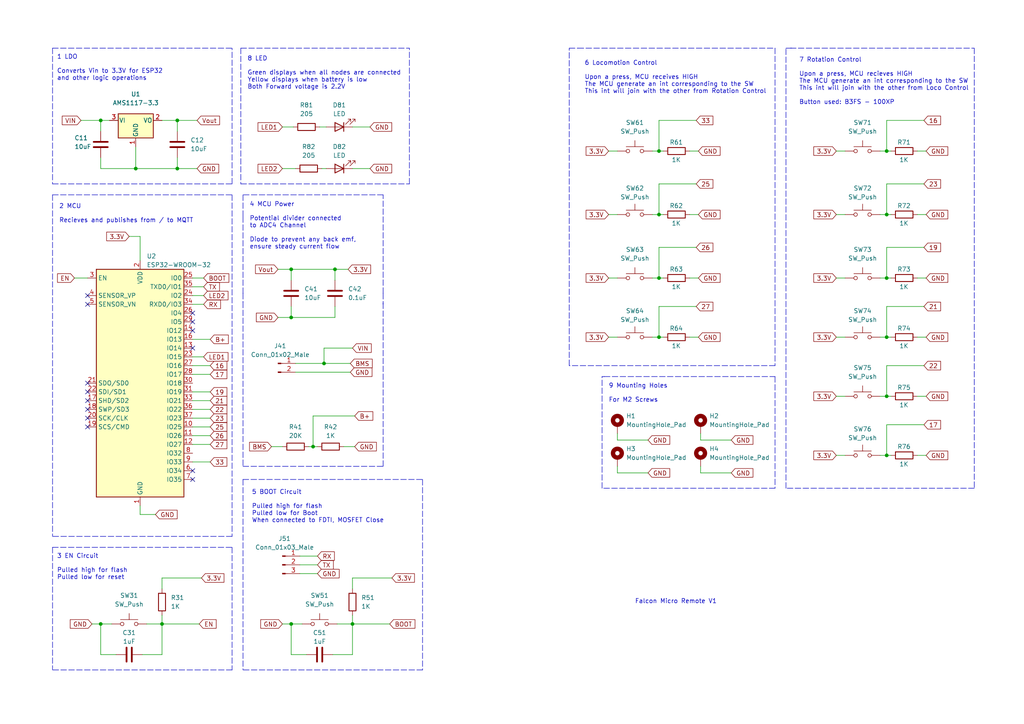
<source format=kicad_sch>
(kicad_sch (version 20211123) (generator eeschema)
  (paper "A4")
  (lib_symbols
    (symbol "Connector:Conn_01x02_Male" (pin_names (offset 1.016) hide)
      (property "Reference" "J" (at 0 2.54 0))
      (property "Value" "Conn_01x02_Male" (at 0 -5.08 0))
      (symbol "Conn_01x02_Male_1_1"
        (polyline (pts (xy 1.27 -2.54) (xy 0.8636 -2.54)) (stroke (width 0.1524)))
        (polyline (pts (xy 1.27 0) (xy 0.8636 0)) (stroke (width 0.1524)))
        (rectangle (start 0.8636 -2.413) (end 0 -2.667) (stroke (width 0.1524)) (fill (type outline)))
        (rectangle (start 0.8636 0.127) (end 0 -0.127) (stroke (width 0.1524)) (fill (type outline)))
        (pin passive line (at 5.08 0 180) (length 3.81) (name "Pin_1") (number "1"))
        (pin passive line (at 5.08 -2.54 180) (length 3.81) (name "Pin_2") (number "2"))
      )
    )
    (symbol "Connector:Conn_01x03_Male" (pin_names (offset 1.016) hide)
      (property "Reference" "J" (at 0 5.08 0))
      (property "Value" "Conn_01x03_Male" (at 0 -5.08 0))
      (symbol "Conn_01x03_Male_1_1"
        (polyline (pts (xy 1.27 -2.54) (xy 0.8636 -2.54)) (stroke (width 0.1524)))
        (polyline (pts (xy 1.27 0) (xy 0.8636 0)) (stroke (width 0.1524)))
        (polyline (pts (xy 1.27 2.54) (xy 0.8636 2.54)) (stroke (width 0.1524)))
        (rectangle (start 0.8636 -2.413) (end 0 -2.667) (stroke (width 0.1524)) (fill (type outline)))
        (rectangle (start 0.8636 0.127) (end 0 -0.127) (stroke (width 0.1524)) (fill (type outline)))
        (rectangle (start 0.8636 2.667) (end 0 2.413) (stroke (width 0.1524)) (fill (type outline)))
        (pin passive line (at 5.08 2.54 180) (length 3.81) (name "Pin_1") (number "1"))
        (pin passive line (at 5.08 0 180) (length 3.81) (name "Pin_2") (number "2"))
        (pin passive line (at 5.08 -2.54 180) (length 3.81) (name "Pin_3") (number "3"))
      )
    )
    (symbol "Device:C" (pin_numbers hide) (pin_names (offset 0.254))
      (property "Reference" "C" (at 0.635 2.54 0))
      (property "Value" "C" (at 0.635 -2.54 0))
      (symbol "C_0_1"
        (polyline (pts (xy -2.032 -0.762) (xy 2.032 -0.762)) (stroke (width 0.508)))
        (polyline (pts (xy -2.032 0.762) (xy 2.032 0.762)) (stroke (width 0.508)))
      )
      (symbol "C_1_1"
        (pin passive line (at 0 3.81 270) (length 2.794) (name "~") (number "1"))
        (pin passive line (at 0 -3.81 90) (length 2.794) (name "~") (number "2"))
      )
    )
    (symbol "Device:LED" (pin_numbers hide) (pin_names (offset 1.016) hide)
      (property "Reference" "D" (at 0 2.54 0))
      (property "Value" "LED" (at 0 -2.54 0))
      (symbol "LED_0_1"
        (polyline (pts (xy -1.27 -1.27) (xy -1.27 1.27)) (stroke (width 0.254)))
        (polyline (pts (xy -1.27 0) (xy 1.27 0)))
        (polyline (pts (xy 1.27 -1.27) (xy 1.27 1.27) (xy -1.27 0) (xy 1.27 -1.27)) (stroke (width 0.254)))
        (polyline (pts (xy -3.048 -0.762) (xy -4.572 -2.286) (xy -3.81 -2.286) (xy -4.572 -2.286) (xy -4.572 -1.524)))
        (polyline (pts (xy -1.778 -0.762) (xy -3.302 -2.286) (xy -2.54 -2.286) (xy -3.302 -2.286) (xy -3.302 -1.524)))
      )
      (symbol "LED_1_1"
        (pin passive line (at -3.81 0 0) (length 2.54) (name "K") (number "1"))
        (pin passive line (at 3.81 0 180) (length 2.54) (name "A") (number "2"))
      )
    )
    (symbol "Device:R" (pin_numbers hide) (pin_names (offset 0))
      (property "Reference" "R" (at 2.032 0 90))
      (property "Value" "R" (at 0 0 90))
      (symbol "R_0_1"
        (rectangle (start -1.016 -2.54) (end 1.016 2.54) (stroke (width 0.254)))
      )
      (symbol "R_1_1"
        (pin passive line (at 0 3.81 270) (length 1.27) (name "~") (number "1"))
        (pin passive line (at 0 -3.81 90) (length 1.27) (name "~") (number "2"))
      )
    )
    (symbol "Mechanical:MountingHole_Pad" (pin_numbers hide) (pin_names (offset 1.016) hide)
      (property "Reference" "H" (at 0 6.35 0))
      (property "Value" "MountingHole_Pad" (at 0 4.445 0))
      (symbol "MountingHole_Pad_0_1"
        (circle (center 0 1.27) (radius 1.27) (stroke (width 1.27)))
      )
      (symbol "MountingHole_Pad_1_1"
        (pin input line (at 0 -2.54 90) (length 2.54) (name "1") (number "1"))
      )
    )
    (symbol "RF_Module:ESP32-WROOM-32"
      (property "Reference" "U" (at -12.7 34.29 0))
      (property "Value" "ESP32-WROOM-32" (at 1.27 34.29 0))
      (symbol "ESP32-WROOM-32_0_1"
        (rectangle (start -12.7 33.02) (end 12.7 -33.02) (stroke (width 0.254)) (fill (type background)))
      )
      (symbol "ESP32-WROOM-32_1_1"
        (pin power_in line (at 0 -35.56 90) (length 2.54) (name "GND") (number "1"))
        (pin bidirectional line (at 15.24 -12.7 180) (length 2.54) (name "IO25") (number "10"))
        (pin bidirectional line (at 15.24 -15.24 180) (length 2.54) (name "IO26") (number "11"))
        (pin bidirectional line (at 15.24 -17.78 180) (length 2.54) (name "IO27") (number "12"))
        (pin bidirectional line (at 15.24 10.16 180) (length 2.54) (name "IO14") (number "13"))
        (pin bidirectional line (at 15.24 15.24 180) (length 2.54) (name "IO12") (number "14"))
        (pin passive line (at 0 -35.56 90) (length 2.54) hide (name "GND") (number "15"))
        (pin bidirectional line (at 15.24 12.7 180) (length 2.54) (name "IO13") (number "16"))
        (pin bidirectional line (at -15.24 -5.08 0) (length 2.54) (name "SHD/SD2") (number "17"))
        (pin bidirectional line (at -15.24 -7.62 0) (length 2.54) (name "SWP/SD3") (number "18"))
        (pin bidirectional line (at -15.24 -12.7 0) (length 2.54) (name "SCS/CMD") (number "19"))
        (pin power_in line (at 0 35.56 270) (length 2.54) (name "VDD") (number "2"))
        (pin bidirectional line (at -15.24 -10.16 0) (length 2.54) (name "SCK/CLK") (number "20"))
        (pin bidirectional line (at -15.24 0 0) (length 2.54) (name "SDO/SD0") (number "21"))
        (pin bidirectional line (at -15.24 -2.54 0) (length 2.54) (name "SDI/SD1") (number "22"))
        (pin bidirectional line (at 15.24 7.62 180) (length 2.54) (name "IO15") (number "23"))
        (pin bidirectional line (at 15.24 25.4 180) (length 2.54) (name "IO2") (number "24"))
        (pin bidirectional line (at 15.24 30.48 180) (length 2.54) (name "IO0") (number "25"))
        (pin bidirectional line (at 15.24 20.32 180) (length 2.54) (name "IO4") (number "26"))
        (pin bidirectional line (at 15.24 5.08 180) (length 2.54) (name "IO16") (number "27"))
        (pin bidirectional line (at 15.24 2.54 180) (length 2.54) (name "IO17") (number "28"))
        (pin bidirectional line (at 15.24 17.78 180) (length 2.54) (name "IO5") (number "29"))
        (pin input line (at -15.24 30.48 0) (length 2.54) (name "EN") (number "3"))
        (pin bidirectional line (at 15.24 0 180) (length 2.54) (name "IO18") (number "30"))
        (pin bidirectional line (at 15.24 -2.54 180) (length 2.54) (name "IO19") (number "31"))
        (pin no_connect line (at -12.7 -27.94 0) (length 2.54) hide (name "NC") (number "32"))
        (pin bidirectional line (at 15.24 -5.08 180) (length 2.54) (name "IO21") (number "33"))
        (pin bidirectional line (at 15.24 22.86 180) (length 2.54) (name "RXD0/IO3") (number "34"))
        (pin bidirectional line (at 15.24 27.94 180) (length 2.54) (name "TXD0/IO1") (number "35"))
        (pin bidirectional line (at 15.24 -7.62 180) (length 2.54) (name "IO22") (number "36"))
        (pin bidirectional line (at 15.24 -10.16 180) (length 2.54) (name "IO23") (number "37"))
        (pin passive line (at 0 -35.56 90) (length 2.54) hide (name "GND") (number "38"))
        (pin passive line (at 0 -35.56 90) (length 2.54) hide (name "GND") (number "39"))
        (pin input line (at -15.24 25.4 0) (length 2.54) (name "SENSOR_VP") (number "4"))
        (pin input line (at -15.24 22.86 0) (length 2.54) (name "SENSOR_VN") (number "5"))
        (pin input line (at 15.24 -25.4 180) (length 2.54) (name "IO34") (number "6"))
        (pin input line (at 15.24 -27.94 180) (length 2.54) (name "IO35") (number "7"))
        (pin bidirectional line (at 15.24 -20.32 180) (length 2.54) (name "IO32") (number "8"))
        (pin bidirectional line (at 15.24 -22.86 180) (length 2.54) (name "IO33") (number "9"))
      )
    )
    (symbol "Regulator_Linear:AMS1117-3.3" (pin_names (offset 0.254))
      (property "Reference" "U" (at -3.81 3.175 0))
      (property "Value" "AMS1117-3.3" (at 0 3.175 0))
      (symbol "AMS1117-3.3_0_1"
        (rectangle (start -5.08 -5.08) (end 5.08 1.905) (stroke (width 0.254)) (fill (type background)))
      )
      (symbol "AMS1117-3.3_1_1"
        (pin power_in line (at 0 -7.62 90) (length 2.54) (name "GND") (number "1"))
        (pin power_out line (at 7.62 0 180) (length 2.54) (name "VO") (number "2"))
        (pin power_in line (at -7.62 0 0) (length 2.54) (name "VI") (number "3"))
      )
    )
    (symbol "Switch:SW_Push" (pin_numbers hide) (pin_names (offset 1.016) hide)
      (property "Reference" "SW" (at 1.27 2.54 0))
      (property "Value" "SW_Push" (at 0 -1.524 0))
      (symbol "SW_Push_0_1"
        (circle (center -2.032 0) (radius 0.508))
        (polyline (pts (xy 0 1.27) (xy 0 3.048)))
        (polyline (pts (xy 2.54 1.27) (xy -2.54 1.27)))
        (circle (center 2.032 0) (radius 0.508))
        (pin passive line (at -5.08 0 0) (length 2.54) (name "1") (number "1"))
        (pin passive line (at 5.08 0 180) (length 2.54) (name "2") (number "2"))
      )
    )
  )
  (junction (at 191.135 97.79))
  (junction (at 191.135 43.815))
  (junction (at 97.155 78.105))
  (junction (at 257.175 80.645))
  (junction (at 46.99 180.975))
  (junction (at 257.175 114.935))
  (junction (at 84.455 180.975))
  (junction (at 257.175 97.79))
  (junction (at 93.98 105.41))
  (junction (at 84.455 92.075))
  (junction (at 90.805 129.54))
  (junction (at 191.135 80.645))
  (junction (at 51.435 48.895))
  (junction (at 191.135 62.23))
  (junction (at 29.21 180.975))
  (junction (at 84.455 78.105))
  (junction (at 102.235 180.975))
  (junction (at 257.175 132.08))
  (junction (at 257.175 62.23))
  (junction (at 29.21 34.925))
  (junction (at 39.37 48.895))
  (junction (at 51.435 34.925))
  (junction (at 257.175 43.815))
  (no_connect (at 55.88 90.805))
  (no_connect (at 25.4 85.725))
  (no_connect (at 25.4 88.265))
  (no_connect (at 25.4 118.745))
  (no_connect (at 25.4 123.825))
  (no_connect (at 25.4 121.285))
  (no_connect (at 25.4 111.125))
  (no_connect (at 25.4 113.665))
  (no_connect (at 25.4 116.205))
  (no_connect (at 55.88 100.965))
  (no_connect (at 55.88 93.345))
  (no_connect (at 55.88 95.885))
  (no_connect (at 55.88 136.525))
  (no_connect (at 55.88 139.065))
  (wire (pts (xy 203.2 137.16) (xy 203.2 135.255)))
  (wire (pts (xy 81.915 36.83) (xy 85.09 36.83)))
  (wire (pts (xy 201.93 53.34) (xy 191.135 53.34)))
  (polyline (pts (xy 67.31 53.34) (xy 67.31 13.97)))
  (wire (pts (xy 242.57 97.79) (xy 245.11 97.79)))
  (polyline (pts (xy 15.24 56.515) (xy 67.31 56.515)))
  (wire (pts (xy 267.97 71.755) (xy 257.175 71.755)))
  (polyline (pts (xy 224.79 106.045) (xy 165.1 106.045)))
  (wire (pts (xy 86.995 166.37) (xy 92.075 166.37)))
  (wire (pts (xy 55.88 108.585) (xy 60.96 108.585)))
  (wire (pts (xy 85.725 105.41) (xy 93.98 105.41)))
  (wire (pts (xy 21.59 80.645) (xy 25.4 80.645)))
  (wire (pts (xy 255.27 114.935) (xy 257.175 114.935)))
  (polyline (pts (xy 122.555 139.065) (xy 122.555 194.31)))
  (wire (pts (xy 96.52 189.865) (xy 102.235 189.865)))
  (wire (pts (xy 51.435 45.72) (xy 51.435 48.895)))
  (wire (pts (xy 200.025 97.79) (xy 202.565 97.79)))
  (polyline (pts (xy 70.485 139.065) (xy 70.485 194.31)))
  (wire (pts (xy 201.93 88.9) (xy 191.135 88.9)))
  (wire (pts (xy 267.97 34.925) (xy 257.175 34.925)))
  (polyline (pts (xy 70.485 56.515) (xy 70.485 62.865)))
  (wire (pts (xy 267.97 53.34) (xy 257.175 53.34)))
  (polyline (pts (xy 15.24 13.97) (xy 67.31 13.97)))
  (wire (pts (xy 257.175 43.815) (xy 258.445 43.815)))
  (polyline (pts (xy 70.485 85.09) (xy 70.485 87.63)))
  (polyline (pts (xy 69.85 13.97) (xy 118.745 13.97)))
  (wire (pts (xy 179.07 137.16) (xy 179.07 135.255)))
  (wire (pts (xy 176.53 80.645) (xy 179.07 80.645)))
  (wire (pts (xy 266.065 62.23) (xy 268.605 62.23)))
  (wire (pts (xy 255.27 97.79) (xy 257.175 97.79)))
  (wire (pts (xy 90.805 120.65) (xy 102.87 120.65)))
  (wire (pts (xy 242.57 132.08) (xy 245.11 132.08)))
  (wire (pts (xy 200.025 43.815) (xy 202.565 43.815)))
  (wire (pts (xy 189.23 97.79) (xy 191.135 97.79)))
  (wire (pts (xy 257.175 53.34) (xy 257.175 62.23)))
  (polyline (pts (xy 118.745 53.34) (xy 118.745 13.97)))
  (wire (pts (xy 55.88 80.645) (xy 59.055 80.645)))
  (wire (pts (xy 191.135 53.34) (xy 191.135 62.23)))
  (wire (pts (xy 93.345 48.895) (xy 94.615 48.895)))
  (wire (pts (xy 78.74 129.54) (xy 81.915 129.54)))
  (wire (pts (xy 29.21 189.865) (xy 29.21 180.975)))
  (wire (pts (xy 99.695 129.54) (xy 102.87 129.54)))
  (polyline (pts (xy 111.125 85.09) (xy 111.125 56.515)))
  (polyline (pts (xy 111.125 135.255) (xy 111.125 87.63)))
  (wire (pts (xy 257.175 62.23) (xy 258.445 62.23)))
  (wire (pts (xy 257.175 97.79) (xy 258.445 97.79)))
  (wire (pts (xy 189.23 43.815) (xy 191.135 43.815)))
  (wire (pts (xy 51.435 34.925) (xy 57.15 34.925)))
  (wire (pts (xy 176.53 97.79) (xy 179.07 97.79)))
  (wire (pts (xy 84.455 92.075) (xy 84.455 88.9)))
  (wire (pts (xy 242.57 62.23) (xy 245.11 62.23)))
  (polyline (pts (xy 224.79 109.22) (xy 224.79 141.605)))
  (polyline (pts (xy 227.965 141.605) (xy 227.965 13.97)))
  (wire (pts (xy 29.21 48.895) (xy 39.37 48.895)))
  (wire (pts (xy 81.915 48.895) (xy 85.725 48.895)))
  (polyline (pts (xy 174.625 109.22) (xy 175.26 109.22)))
  (wire (pts (xy 55.88 103.505) (xy 59.055 103.505)))
  (wire (pts (xy 102.235 36.83) (xy 107.315 36.83)))
  (wire (pts (xy 46.99 34.925) (xy 51.435 34.925)))
  (wire (pts (xy 32.385 180.975) (xy 29.21 180.975)))
  (wire (pts (xy 176.53 43.815) (xy 179.07 43.815)))
  (wire (pts (xy 255.27 132.08) (xy 257.175 132.08)))
  (wire (pts (xy 51.435 48.895) (xy 39.37 48.895)))
  (wire (pts (xy 191.135 43.815) (xy 192.405 43.815)))
  (wire (pts (xy 86.995 161.29) (xy 92.075 161.29)))
  (wire (pts (xy 55.88 88.265) (xy 59.055 88.265)))
  (wire (pts (xy 212.09 127.635) (xy 203.2 127.635)))
  (wire (pts (xy 84.455 189.865) (xy 84.455 180.975)))
  (wire (pts (xy 87.63 180.975) (xy 84.455 180.975)))
  (wire (pts (xy 33.655 189.865) (xy 29.21 189.865)))
  (wire (pts (xy 267.97 106.045) (xy 257.175 106.045)))
  (wire (pts (xy 102.235 180.975) (xy 97.79 180.975)))
  (wire (pts (xy 40.64 68.58) (xy 40.64 75.565)))
  (polyline (pts (xy 70.485 87.63) (xy 70.485 135.255)))
  (polyline (pts (xy 15.24 13.97) (xy 15.24 53.34)))
  (wire (pts (xy 80.645 78.105) (xy 84.455 78.105)))
  (polyline (pts (xy 165.1 13.97) (xy 167.64 13.97)))
  (polyline (pts (xy 70.485 62.865) (xy 70.485 85.09)))
  (wire (pts (xy 191.135 97.79) (xy 192.405 97.79)))
  (polyline (pts (xy 227.965 13.97) (xy 229.87 13.97)))
  (polyline (pts (xy 167.64 13.97) (xy 224.79 13.97)))
  (wire (pts (xy 257.175 88.9) (xy 257.175 97.79)))
  (wire (pts (xy 242.57 80.645) (xy 245.11 80.645)))
  (polyline (pts (xy 229.235 13.97) (xy 282.575 13.97)))
  (polyline (pts (xy 111.125 85.09) (xy 111.125 88.265)))
  (polyline (pts (xy 15.24 56.515) (xy 15.24 155.575)))
  (wire (pts (xy 55.88 118.745) (xy 60.96 118.745)))
  (polyline (pts (xy 70.485 139.065) (xy 122.555 139.065)))
  (wire (pts (xy 267.97 88.9) (xy 257.175 88.9)))
  (wire (pts (xy 97.155 78.105) (xy 100.965 78.105)))
  (wire (pts (xy 102.235 180.975) (xy 113.03 180.975)))
  (wire (pts (xy 90.805 129.54) (xy 92.075 129.54)))
  (wire (pts (xy 266.065 80.645) (xy 268.605 80.645)))
  (polyline (pts (xy 15.24 53.34) (xy 67.31 53.34)))
  (wire (pts (xy 89.535 129.54) (xy 90.805 129.54)))
  (wire (pts (xy 29.21 180.975) (xy 26.67 180.975)))
  (wire (pts (xy 255.27 43.815) (xy 257.175 43.815)))
  (polyline (pts (xy 111.125 56.515) (xy 70.485 56.515)))
  (wire (pts (xy 191.135 88.9) (xy 191.135 97.79)))
  (wire (pts (xy 257.175 132.08) (xy 258.445 132.08)))
  (wire (pts (xy 97.155 78.105) (xy 97.155 81.28)))
  (wire (pts (xy 84.455 92.075) (xy 97.155 92.075)))
  (wire (pts (xy 51.435 38.1) (xy 51.435 34.925)))
  (wire (pts (xy 85.725 107.95) (xy 101.6 107.95)))
  (wire (pts (xy 58.42 167.64) (xy 46.99 167.64)))
  (wire (pts (xy 29.21 45.72) (xy 29.21 48.895)))
  (wire (pts (xy 266.065 97.79) (xy 268.605 97.79)))
  (wire (pts (xy 23.495 34.925) (xy 29.21 34.925)))
  (polyline (pts (xy 15.24 158.75) (xy 15.24 194.31)))
  (wire (pts (xy 46.99 189.865) (xy 46.99 180.975)))
  (wire (pts (xy 257.175 106.045) (xy 257.175 114.935)))
  (wire (pts (xy 257.175 34.925) (xy 257.175 43.815)))
  (polyline (pts (xy 67.31 194.31) (xy 15.24 194.31)))
  (wire (pts (xy 92.71 36.83) (xy 94.615 36.83)))
  (wire (pts (xy 266.065 43.815) (xy 268.605 43.815)))
  (wire (pts (xy 29.21 34.925) (xy 29.21 38.1)))
  (wire (pts (xy 84.455 78.105) (xy 97.155 78.105)))
  (polyline (pts (xy 282.575 13.97) (xy 282.575 141.605)))
  (wire (pts (xy 55.88 128.905) (xy 60.96 128.905)))
  (wire (pts (xy 266.065 132.08) (xy 268.605 132.08)))
  (wire (pts (xy 257.175 80.645) (xy 258.445 80.645)))
  (wire (pts (xy 29.21 34.925) (xy 31.75 34.925)))
  (wire (pts (xy 242.57 43.815) (xy 245.11 43.815)))
  (polyline (pts (xy 67.31 155.575) (xy 15.24 155.575)))
  (wire (pts (xy 84.455 180.975) (xy 81.915 180.975)))
  (wire (pts (xy 191.135 80.645) (xy 192.405 80.645)))
  (wire (pts (xy 90.805 129.54) (xy 90.805 120.65)))
  (wire (pts (xy 55.88 113.665) (xy 60.96 113.665)))
  (wire (pts (xy 55.88 133.985) (xy 60.96 133.985)))
  (wire (pts (xy 267.97 123.19) (xy 257.175 123.19)))
  (wire (pts (xy 40.64 146.685) (xy 40.64 149.225)))
  (wire (pts (xy 46.99 178.435) (xy 46.99 180.975)))
  (wire (pts (xy 257.175 114.935) (xy 258.445 114.935)))
  (wire (pts (xy 80.645 92.075) (xy 84.455 92.075)))
  (wire (pts (xy 191.135 62.23) (xy 192.405 62.23)))
  (wire (pts (xy 37.465 68.58) (xy 40.64 68.58)))
  (wire (pts (xy 41.275 189.865) (xy 46.99 189.865)))
  (polyline (pts (xy 224.79 13.97) (xy 224.79 106.045)))
  (wire (pts (xy 102.235 167.64) (xy 102.235 170.815)))
  (wire (pts (xy 191.135 34.925) (xy 191.135 43.815)))
  (wire (pts (xy 102.235 189.865) (xy 102.235 180.975)))
  (wire (pts (xy 88.9 189.865) (xy 84.455 189.865)))
  (wire (pts (xy 255.27 80.645) (xy 257.175 80.645)))
  (polyline (pts (xy 175.26 109.22) (xy 224.79 109.22)))
  (wire (pts (xy 55.88 121.285) (xy 60.96 121.285)))
  (wire (pts (xy 200.025 80.645) (xy 202.565 80.645)))
  (wire (pts (xy 257.175 71.755) (xy 257.175 80.645)))
  (wire (pts (xy 189.23 62.23) (xy 191.135 62.23)))
  (wire (pts (xy 266.065 114.935) (xy 268.605 114.935)))
  (wire (pts (xy 187.96 137.16) (xy 179.07 137.16)))
  (wire (pts (xy 102.235 48.895) (xy 107.315 48.895)))
  (wire (pts (xy 55.88 85.725) (xy 59.055 85.725)))
  (polyline (pts (xy 165.1 106.045) (xy 165.1 13.97)))
  (wire (pts (xy 55.88 123.825) (xy 60.96 123.825)))
  (polyline (pts (xy 122.555 194.31) (xy 70.485 194.31)))
  (polyline (pts (xy 69.85 53.34) (xy 118.745 53.34)))
  (polyline (pts (xy 174.625 141.605) (xy 174.625 109.22)))
  (wire (pts (xy 86.995 163.83) (xy 92.075 163.83)))
  (wire (pts (xy 93.98 105.41) (xy 101.6 105.41)))
  (wire (pts (xy 55.88 126.365) (xy 60.96 126.365)))
  (wire (pts (xy 57.15 48.895) (xy 51.435 48.895)))
  (wire (pts (xy 201.93 71.755) (xy 191.135 71.755)))
  (wire (pts (xy 242.57 114.935) (xy 245.11 114.935)))
  (wire (pts (xy 176.53 62.23) (xy 179.07 62.23)))
  (wire (pts (xy 187.96 127.635) (xy 179.07 127.635)))
  (wire (pts (xy 97.155 92.075) (xy 97.155 88.9)))
  (wire (pts (xy 46.99 180.975) (xy 57.785 180.975)))
  (wire (pts (xy 191.135 71.755) (xy 191.135 80.645)))
  (polyline (pts (xy 69.85 13.97) (xy 69.85 53.34)))
  (wire (pts (xy 84.455 78.105) (xy 84.455 81.28)))
  (wire (pts (xy 55.88 106.045) (xy 60.96 106.045)))
  (wire (pts (xy 203.2 127.635) (xy 203.2 125.73)))
  (polyline (pts (xy 282.575 141.605) (xy 227.965 141.605)))
  (wire (pts (xy 257.175 123.19) (xy 257.175 132.08)))
  (wire (pts (xy 102.235 178.435) (xy 102.235 180.975)))
  (wire (pts (xy 200.025 62.23) (xy 202.565 62.23)))
  (polyline (pts (xy 224.79 141.605) (xy 174.625 141.605)))
  (polyline (pts (xy 15.24 158.75) (xy 67.31 158.75)))
  (polyline (pts (xy 67.31 56.515) (xy 67.31 155.575)))
  (wire (pts (xy 189.23 80.645) (xy 191.135 80.645)))
  (wire (pts (xy 255.27 62.23) (xy 257.175 62.23)))
  (wire (pts (xy 212.09 137.16) (xy 203.2 137.16)))
  (wire (pts (xy 46.99 180.975) (xy 42.545 180.975)))
  (wire (pts (xy 102.235 100.965) (xy 93.98 100.965)))
  (wire (pts (xy 40.64 149.225) (xy 45.085 149.225)))
  (wire (pts (xy 179.07 127.635) (xy 179.07 125.73)))
  (wire (pts (xy 55.88 83.185) (xy 59.055 83.185)))
  (wire (pts (xy 93.98 100.965) (xy 93.98 105.41)))
  (wire (pts (xy 113.665 167.64) (xy 102.235 167.64)))
  (polyline (pts (xy 70.485 135.255) (xy 111.125 135.255)))
  (wire (pts (xy 39.37 48.895) (xy 39.37 42.545)))
  (wire (pts (xy 55.88 116.205) (xy 60.96 116.205)))
  (wire (pts (xy 46.99 167.64) (xy 46.99 170.815)))
  (wire (pts (xy 55.88 98.425) (xy 60.96 98.425)))
  (polyline (pts (xy 67.31 158.75) (xy 67.31 194.31)))
  (wire (pts (xy 201.93 34.925) (xy 191.135 34.925)))
  (text "2 MCU\n\nRecieves and publishes from / to MQTT" (at 17.145 64.77 0) (effects (font (size 1.27 1.27)) (justify left bottom)))
  (text "8 LED \n\nGreen displays when all nodes are connected\nYellow displays when battery is low\nBoth Forward voltage is 2.2V" (at 71.755 26.035 0) (effects (font (size 1.27 1.27)) (justify left bottom)))
  (text "5 BOOT Circuit\n\nPulled high for flash\nPulled low for Boot\nWhen connected to FDTI, MOSFET Close" (at 73.025 151.765 0) (effects (font (size 1.27 1.27)) (justify left bottom)))
  (text "Falcon Micro Remote V1" (at 184.15 175.26 0) (effects (font (size 1.27 1.27)) (justify left bottom)))
  (text "4 MCU Power\n\nPotential divider connected\nto ADC4 Channel\n\nDiode to prevent any back emf, \nensure steady current flow" (at 72.39 72.39 0) (effects (font (size 1.27 1.27)) (justify left bottom)))
  (text "1 LDO\n\nConverts Vin to 3.3V for ESP32 \nand other logic operations" (at 16.51 23.495 0) (effects (font (size 1.27 1.27)) (justify left bottom)))
  (text "6 Locomotion Control\n\nUpon a press, MCU receives HIGH\nThe MCU generate an int corresponding to the SW\nThis int will join with the other from Rotation Control" (at 169.545 27.305 0) (effects (font (size 1.27 1.27)) (justify left bottom)))
  (text "9 Mounting Holes\n\nFor M2 Screws" (at 176.53 116.84 0) (effects (font (size 1.27 1.27)) (justify left bottom)))
  (text "3 EN Circuit\n\nPulled high for flash\nPulled low for reset" (at 16.51 168.275 0) (effects (font (size 1.27 1.27)) (justify left bottom)))
  (text "7 Rotation Control\n\nUpon a press, MCU recieves HIGH\nThe MCU generate an int corresponding to the SW\nThis int will join with the other from Loco Control\n\nButton used: B3FS - 100XP" (at 231.775 30.48 0) (effects (font (size 1.27 1.27)) (justify left bottom)))
  (global_label "GND" (shape input) (at 202.565 80.645 0) (property "Intersheet References" "${INTERSHEET_REFS}" (effects hide)))
  (global_label "Vout" (shape input) (at 57.15 34.925 0) (property "Intersheet References" "${INTERSHEET_REFS}" (effects hide)))
  (global_label "3.3V" (shape input) (at 176.53 43.815 180) (property "Intersheet References" "${INTERSHEET_REFS}" (effects hide)))
  (global_label "GND" (shape input) (at 268.605 62.23 0) (property "Intersheet References" "${INTERSHEET_REFS}" (effects hide)))
  (global_label "21" (shape input) (at 60.96 116.205 0) (property "Intersheet References" "${INTERSHEET_REFS}" (effects hide)))
  (global_label "33" (shape input) (at 60.96 133.985 0) (property "Intersheet References" "${INTERSHEET_REFS}" (effects hide)))
  (global_label "BMS" (shape input) (at 101.6 105.41 0) (property "Intersheet References" "${INTERSHEET_REFS}" (effects hide)))
  (global_label "3.3V" (shape input) (at 100.965 78.105 0) (property "Intersheet References" "${INTERSHEET_REFS}" (effects hide)))
  (global_label "GND" (shape input) (at 80.645 92.075 180) (property "Intersheet References" "${INTERSHEET_REFS}" (effects hide)))
  (global_label "22" (shape input) (at 60.96 118.745 0) (property "Intersheet References" "${INTERSHEET_REFS}" (effects hide)))
  (global_label "17" (shape input) (at 267.97 123.19 0) (property "Intersheet References" "${INTERSHEET_REFS}" (effects hide)))
  (global_label "VIN" (shape input) (at 23.495 34.925 180) (property "Intersheet References" "${INTERSHEET_REFS}" (effects hide)))
  (global_label "B+" (shape input) (at 60.96 98.425 0) (property "Intersheet References" "${INTERSHEET_REFS}" (effects hide)))
  (global_label "27" (shape input) (at 60.96 128.905 0) (property "Intersheet References" "${INTERSHEET_REFS}" (effects hide)))
  (global_label "GND" (shape input) (at 187.96 137.16 0) (property "Intersheet References" "${INTERSHEET_REFS}" (effects hide)))
  (global_label "LED2" (shape input) (at 81.915 48.895 180) (property "Intersheet References" "${INTERSHEET_REFS}" (effects hide)))
  (global_label "GND" (shape input) (at 81.915 180.975 180) (property "Intersheet References" "${INTERSHEET_REFS}" (effects hide)))
  (global_label "23" (shape input) (at 267.97 53.34 0) (property "Intersheet References" "${INTERSHEET_REFS}" (effects hide)))
  (global_label "GND" (shape input) (at 202.565 62.23 0) (property "Intersheet References" "${INTERSHEET_REFS}" (effects hide)))
  (global_label "GND" (shape input) (at 101.6 107.95 0) (property "Intersheet References" "${INTERSHEET_REFS}" (effects hide)))
  (global_label "Vout" (shape input) (at 80.645 78.105 180) (property "Intersheet References" "${INTERSHEET_REFS}" (effects hide)))
  (global_label "19" (shape input) (at 267.97 71.755 0) (property "Intersheet References" "${INTERSHEET_REFS}" (effects hide)))
  (global_label "16" (shape input) (at 60.96 106.045 0) (property "Intersheet References" "${INTERSHEET_REFS}" (effects hide)))
  (global_label "3.3V" (shape input) (at 242.57 114.935 180) (property "Intersheet References" "${INTERSHEET_REFS}" (effects hide)))
  (global_label "GND" (shape input) (at 202.565 97.79 0) (property "Intersheet References" "${INTERSHEET_REFS}" (effects hide)))
  (global_label "GND" (shape input) (at 268.605 132.08 0) (property "Intersheet References" "${INTERSHEET_REFS}" (effects hide)))
  (global_label "RX" (shape input) (at 92.075 161.29 0) (property "Intersheet References" "${INTERSHEET_REFS}" (effects hide)))
  (global_label "RX" (shape input) (at 59.055 88.265 0) (property "Intersheet References" "${INTERSHEET_REFS}" (effects hide)))
  (global_label "GND" (shape input) (at 268.605 97.79 0) (property "Intersheet References" "${INTERSHEET_REFS}" (effects hide)))
  (global_label "GND" (shape input) (at 26.67 180.975 180) (property "Intersheet References" "${INTERSHEET_REFS}" (effects hide)))
  (global_label "GND" (shape input) (at 202.565 43.815 0) (property "Intersheet References" "${INTERSHEET_REFS}" (effects hide)))
  (global_label "LED1" (shape input) (at 81.915 36.83 180) (property "Intersheet References" "${INTERSHEET_REFS}" (effects hide)))
  (global_label "EN" (shape input) (at 57.785 180.975 0) (property "Intersheet References" "${INTERSHEET_REFS}" (effects hide)))
  (global_label "23" (shape input) (at 60.96 121.285 0) (property "Intersheet References" "${INTERSHEET_REFS}" (effects hide)))
  (global_label "33" (shape input) (at 201.93 34.925 0) (property "Intersheet References" "${INTERSHEET_REFS}" (effects hide)))
  (global_label "EN" (shape input) (at 21.59 80.645 180) (property "Intersheet References" "${INTERSHEET_REFS}" (effects hide)))
  (global_label "GND" (shape input) (at 187.96 127.635 0) (property "Intersheet References" "${INTERSHEET_REFS}" (effects hide)))
  (global_label "GND" (shape input) (at 57.15 48.895 0) (property "Intersheet References" "${INTERSHEET_REFS}" (effects hide)))
  (global_label "GND" (shape input) (at 268.605 43.815 0) (property "Intersheet References" "${INTERSHEET_REFS}" (effects hide)))
  (global_label "VIN" (shape input) (at 102.235 100.965 0) (property "Intersheet References" "${INTERSHEET_REFS}" (effects hide)))
  (global_label "GND" (shape input) (at 102.87 129.54 0) (property "Intersheet References" "${INTERSHEET_REFS}" (effects hide)))
  (global_label "27" (shape input) (at 201.93 88.9 0) (property "Intersheet References" "${INTERSHEET_REFS}" (effects hide)))
  (global_label "21" (shape input) (at 267.97 88.9 0) (property "Intersheet References" "${INTERSHEET_REFS}" (effects hide)))
  (global_label "GND" (shape input) (at 212.09 137.16 0) (property "Intersheet References" "${INTERSHEET_REFS}" (effects hide)))
  (global_label "3.3V" (shape input) (at 242.57 43.815 180) (property "Intersheet References" "${INTERSHEET_REFS}" (effects hide)))
  (global_label "3.3V" (shape input) (at 58.42 167.64 0) (property "Intersheet References" "${INTERSHEET_REFS}" (effects hide)))
  (global_label "3.3V" (shape input) (at 242.57 132.08 180) (property "Intersheet References" "${INTERSHEET_REFS}" (effects hide)))
  (global_label "25" (shape input) (at 201.93 53.34 0) (property "Intersheet References" "${INTERSHEET_REFS}" (effects hide)))
  (global_label "19" (shape input) (at 60.96 113.665 0) (property "Intersheet References" "${INTERSHEET_REFS}" (effects hide)))
  (global_label "TX" (shape input) (at 92.075 163.83 0) (property "Intersheet References" "${INTERSHEET_REFS}" (effects hide)))
  (global_label "TX" (shape input) (at 59.055 83.185 0) (property "Intersheet References" "${INTERSHEET_REFS}" (effects hide)))
  (global_label "3.3V" (shape input) (at 37.465 68.58 180) (property "Intersheet References" "${INTERSHEET_REFS}" (effects hide)))
  (global_label "LED2" (shape input) (at 59.055 85.725 0) (property "Intersheet References" "${INTERSHEET_REFS}" (effects hide)))
  (global_label "3.3V" (shape input) (at 242.57 97.79 180) (property "Intersheet References" "${INTERSHEET_REFS}" (effects hide)))
  (global_label "GND" (shape input) (at 268.605 114.935 0) (property "Intersheet References" "${INTERSHEET_REFS}" (effects hide)))
  (global_label "3.3V" (shape input) (at 242.57 62.23 180) (property "Intersheet References" "${INTERSHEET_REFS}" (effects hide)))
  (global_label "17" (shape input) (at 60.96 108.585 0) (property "Intersheet References" "${INTERSHEET_REFS}" (effects hide)))
  (global_label "16" (shape input) (at 267.97 34.925 0) (property "Intersheet References" "${INTERSHEET_REFS}" (effects hide)))
  (global_label "3.3V" (shape input) (at 176.53 80.645 180) (property "Intersheet References" "${INTERSHEET_REFS}" (effects hide)))
  (global_label "3.3V" (shape input) (at 113.665 167.64 0) (property "Intersheet References" "${INTERSHEET_REFS}" (effects hide)))
  (global_label "BOOT" (shape input) (at 59.055 80.645 0) (property "Intersheet References" "${INTERSHEET_REFS}" (effects hide)))
  (global_label "LED1" (shape input) (at 59.055 103.505 0) (property "Intersheet References" "${INTERSHEET_REFS}" (effects hide)))
  (global_label "GND" (shape input) (at 268.605 80.645 0) (property "Intersheet References" "${INTERSHEET_REFS}" (effects hide)))
  (global_label "3.3V" (shape input) (at 176.53 62.23 180) (property "Intersheet References" "${INTERSHEET_REFS}" (effects hide)))
  (global_label "26" (shape input) (at 201.93 71.755 0) (property "Intersheet References" "${INTERSHEET_REFS}" (effects hide)))
  (global_label "GND" (shape input) (at 212.09 127.635 0) (property "Intersheet References" "${INTERSHEET_REFS}" (effects hide)))
  (global_label "BOOT" (shape input) (at 113.03 180.975 0) (property "Intersheet References" "${INTERSHEET_REFS}" (effects hide)))
  (global_label "GND" (shape input) (at 45.085 149.225 0) (property "Intersheet References" "${INTERSHEET_REFS}" (effects hide)))
  (global_label "26" (shape input) (at 60.96 126.365 0) (property "Intersheet References" "${INTERSHEET_REFS}" (effects hide)))
  (global_label "GND" (shape input) (at 107.315 36.83 0) (property "Intersheet References" "${INTERSHEET_REFS}" (effects hide)))
  (global_label "22" (shape input) (at 267.97 106.045 0) (property "Intersheet References" "${INTERSHEET_REFS}" (effects hide)))
  (global_label "GND" (shape input) (at 92.075 166.37 0) (property "Intersheet References" "${INTERSHEET_REFS}" (effects hide)))
  (global_label "GND" (shape input) (at 107.315 48.895 0) (property "Intersheet References" "${INTERSHEET_REFS}" (effects hide)))
  (global_label "25" (shape input) (at 60.96 123.825 0) (property "Intersheet References" "${INTERSHEET_REFS}" (effects hide)))
  (global_label "B+" (shape input) (at 102.87 120.65 0) (property "Intersheet References" "${INTERSHEET_REFS}" (effects hide)))
  (global_label "3.3V" (shape input) (at 242.57 80.645 180) (property "Intersheet References" "${INTERSHEET_REFS}" (effects hide)))
  (global_label "BMS" (shape input) (at 78.74 129.54 180) (property "Intersheet References" "${INTERSHEET_REFS}" (effects hide)))
  (global_label "3.3V" (shape input) (at 176.53 97.79 180) (property "Intersheet References" "${INTERSHEET_REFS}" (effects hide)))
  (symbol (lib_id "Device:R") (at 102.235 174.625 0) (unit 1)
    (property "Reference" "R51" (at 104.775 173.3549 0) (effects (justify left)))
    (property "Value" "1K" (at 104.775 175.8949 0) (effects (justify left)))
    (property "Footprint" "Resistor_SMD:R_0402_1005Metric" (effects hide))
  )
  (symbol (lib_id "Switch:SW_Push") (at 37.465 180.975 0) (unit 1)
    (property "Reference" "SW31" (at 37.465 172.72 0))
    (property "Value" "SW_Push" (at 37.465 175.26 0))
    (property "Footprint" "Button_Switch_SMD:SW_SPST_PTS645" (effects hide))
  )
  (symbol (lib_id "Device:C") (at 97.155 85.09 0) (unit 1)
    (property "Reference" "C42" (at 100.965 83.82 0) (effects (justify left)))
    (property "Value" "0.1uF" (at 100.965 86.36 0) (effects (justify left)))
    (property "Footprint" "Capacitor_SMD:C_0603_1608Metric" (effects hide))
  )
  (symbol (lib_id "Device:R") (at 262.255 62.23 90) (unit 1)
    (property "Reference" "R72" (at 264.16 59.69 90) (effects (justify left)))
    (property "Value" "1K" (at 263.525 64.77 90) (effects (justify left)))
    (property "Footprint" "Resistor_SMD:R_0402_1005Metric" (effects hide))
  )
  (symbol (lib_id "Device:C") (at 92.71 189.865 90) (unit 1)
    (property "Reference" "C51" (at 92.71 183.515 90))
    (property "Value" "1uF" (at 92.71 186.055 90))
    (property "Footprint" "Capacitor_SMD:C_0603_1608Metric" (effects hide))
  )
  (symbol (lib_id "Device:R") (at 196.215 97.79 90) (unit 1)
    (property "Reference" "R64" (at 198.12 95.25 90) (effects (justify left)))
    (property "Value" "1K" (at 197.485 100.33 90) (effects (justify left)))
    (property "Footprint" "Resistor_SMD:R_0402_1005Metric" (effects hide))
  )
  (symbol (lib_id "Device:R") (at 262.255 132.08 90) (unit 1)
    (property "Reference" "R76" (at 264.16 129.54 90) (effects (justify left)))
    (property "Value" "1K" (at 263.525 134.62 90) (effects (justify left)))
    (property "Footprint" "Resistor_SMD:R_0402_1005Metric" (effects hide))
  )
  (symbol (lib_id "Connector:Conn_01x02_Male") (at 80.645 105.41 0) (unit 1)
    (property "Reference" "J41" (at 81.28 100.33 0))
    (property "Value" "Conn_01x02_Male" (at 81.28 102.87 0))
    (property "Footprint" "Connector_PinSocket_2.54mm:PinSocket_1x02_P2.54mm_Vertical" (effects hide))
  )
  (symbol (lib_id "Switch:SW_Push") (at 250.19 114.935 0) (unit 1)
    (property "Reference" "SW75" (at 250.19 106.68 0))
    (property "Value" "SW_Push" (at 250.19 109.22 0))
    (property "Footprint" "Button_Switch_SMD:SW_SPST_PTS645" (effects hide))
  )
  (symbol (lib_id "Switch:SW_Push") (at 92.71 180.975 0) (unit 1)
    (property "Reference" "SW51" (at 92.71 172.72 0))
    (property "Value" "SW_Push" (at 92.71 175.26 0))
    (property "Footprint" "Button_Switch_SMD:SW_SPST_PTS645" (effects hide))
  )
  (symbol (lib_id "Device:R") (at 196.215 62.23 90) (unit 1)
    (property "Reference" "R62" (at 198.12 59.69 90) (effects (justify left)))
    (property "Value" "1K" (at 197.485 64.77 90) (effects (justify left)))
    (property "Footprint" "Resistor_SMD:R_0402_1005Metric" (effects hide))
  )
  (symbol (lib_id "Device:R") (at 262.255 80.645 90) (unit 1)
    (property "Reference" "R73" (at 264.16 78.105 90) (effects (justify left)))
    (property "Value" "1K" (at 263.525 83.185 90) (effects (justify left)))
    (property "Footprint" "Resistor_SMD:R_0402_1005Metric" (effects hide))
  )
  (symbol (lib_id "Device:C") (at 37.465 189.865 90) (unit 1)
    (property "Reference" "C31" (at 37.465 183.515 90))
    (property "Value" "1uF" (at 37.465 186.055 90))
    (property "Footprint" "Capacitor_SMD:C_0603_1608Metric" (effects hide))
  )
  (symbol (lib_id "Device:LED") (at 98.425 36.83 180) (unit 1)
    (property "Reference" "D81" (at 98.425 30.48 0))
    (property "Value" "LED" (at 98.425 33.02 0))
    (property "Footprint" "LED_SMD:LED_0201_0603Metric" (effects hide))
  )
  (symbol (lib_id "Switch:SW_Push") (at 184.15 62.23 0) (unit 1)
    (property "Reference" "SW62" (at 184.15 54.61 0))
    (property "Value" "SW_Push" (at 184.15 57.15 0))
    (property "Footprint" "Button_Switch_SMD:SW_SPST_PTS645" (effects hide))
  )
  (symbol (lib_id "Device:C") (at 84.455 85.09 0) (unit 1)
    (property "Reference" "C41" (at 88.265 83.82 0) (effects (justify left)))
    (property "Value" "10uF" (at 88.265 86.36 0) (effects (justify left)))
    (property "Footprint" "Capacitor_SMD:C_0603_1608Metric" (effects hide))
  )
  (symbol (lib_id "Device:R") (at 262.255 97.79 90) (unit 1)
    (property "Reference" "R74" (at 264.16 95.25 90) (effects (justify left)))
    (property "Value" "1K" (at 263.525 100.33 90) (effects (justify left)))
    (property "Footprint" "Resistor_SMD:R_0402_1005Metric" (effects hide))
  )
  (symbol (lib_id "Switch:SW_Push") (at 184.15 43.815 0) (unit 1)
    (property "Reference" "SW61" (at 184.15 35.56 0))
    (property "Value" "SW_Push" (at 184.15 38.1 0))
    (property "Footprint" "Button_Switch_SMD:SW_SPST_PTS645" (effects hide))
  )
  (symbol (lib_id "Device:R") (at 262.255 114.935 90) (unit 1)
    (property "Reference" "R75" (at 264.16 112.395 90) (effects (justify left)))
    (property "Value" "1K" (at 263.525 117.475 90) (effects (justify left)))
    (property "Footprint" "Resistor_SMD:R_0402_1005Metric" (effects hide))
  )
  (symbol (lib_id "Device:LED") (at 98.425 48.895 180) (unit 1)
    (property "Reference" "D82" (at 98.425 42.545 0))
    (property "Value" "LED" (at 98.425 45.085 0))
    (property "Footprint" "LED_SMD:LED_0201_0603Metric" (effects hide))
  )
  (symbol (lib_id "Device:R") (at 85.725 129.54 90) (unit 1)
    (property "Reference" "R41" (at 85.725 123.825 90))
    (property "Value" "20K" (at 85.725 126.365 90))
    (property "Footprint" "Resistor_SMD:R_0402_1005Metric" (effects hide))
  )
  (symbol (lib_id "Mechanical:MountingHole_Pad") (at 203.2 132.715 0) (unit 1)
    (property "Reference" "H4" (at 205.74 130.1749 0) (effects (justify left)))
    (property "Value" "MountingHole_Pad" (at 205.74 132.7149 0) (effects (justify left)))
    (property "Footprint" "MountingHole:MountingHole_2.2mm_M2_DIN965_Pad" (effects hide))
  )
  (symbol (lib_id "Device:R") (at 262.255 43.815 90) (unit 1)
    (property "Reference" "R71" (at 264.16 41.275 90) (effects (justify left)))
    (property "Value" "1K" (at 263.525 46.355 90) (effects (justify left)))
    (property "Footprint" "Resistor_SMD:R_0402_1005Metric" (effects hide))
  )
  (symbol (lib_id "Device:R") (at 89.535 48.895 90) (unit 1)
    (property "Reference" "R82" (at 89.535 42.545 90))
    (property "Value" "205" (at 89.535 45.085 90))
    (property "Footprint" "Resistor_SMD:R_0402_1005Metric" (effects hide))
  )
  (symbol (lib_id "Device:R") (at 196.215 43.815 90) (unit 1)
    (property "Reference" "R61" (at 198.12 41.275 90) (effects (justify left)))
    (property "Value" "1K" (at 197.485 46.355 90) (effects (justify left)))
    (property "Footprint" "Resistor_SMD:R_0402_1005Metric" (effects hide))
  )
  (symbol (lib_id "Device:R") (at 46.99 174.625 0) (unit 1)
    (property "Reference" "R31" (at 49.53 173.3549 0) (effects (justify left)))
    (property "Value" "1K" (at 49.53 175.8949 0) (effects (justify left)))
    (property "Footprint" "Resistor_SMD:R_0402_1005Metric" (effects hide))
  )
  (symbol (lib_id "Device:R") (at 88.9 36.83 90) (unit 1)
    (property "Reference" "R81" (at 88.9 30.48 90))
    (property "Value" "205" (at 88.9 33.02 90))
    (property "Footprint" "Resistor_SMD:R_0402_1005Metric" (effects hide))
  )
  (symbol (lib_id "Switch:SW_Push") (at 184.15 97.79 0) (unit 1)
    (property "Reference" "SW64" (at 184.15 90.17 0))
    (property "Value" "SW_Push" (at 184.15 92.71 0))
    (property "Footprint" "Button_Switch_SMD:SW_SPST_PTS645" (effects hide))
  )
  (symbol (lib_id "Switch:SW_Push") (at 250.19 97.79 0) (unit 1)
    (property "Reference" "SW74" (at 250.19 90.17 0))
    (property "Value" "SW_Push" (at 250.19 92.71 0))
    (property "Footprint" "Button_Switch_SMD:SW_SPST_PTS645" (effects hide))
  )
  (symbol (lib_id "Switch:SW_Push") (at 250.19 43.815 0) (unit 1)
    (property "Reference" "SW71" (at 250.19 35.56 0))
    (property "Value" "SW_Push" (at 250.19 38.1 0))
    (property "Footprint" "Button_Switch_SMD:SW_SPST_PTS645" (effects hide))
  )
  (symbol (lib_id "Switch:SW_Push") (at 250.19 132.08 0) (unit 1)
    (property "Reference" "SW76" (at 250.19 124.46 0))
    (property "Value" "SW_Push" (at 250.19 127 0))
    (property "Footprint" "Button_Switch_SMD:SW_SPST_PTS645" (effects hide))
  )
  (symbol (lib_id "Switch:SW_Push") (at 250.19 62.23 0) (unit 1)
    (property "Reference" "SW72" (at 250.19 54.61 0))
    (property "Value" "SW_Push" (at 250.19 57.15 0))
    (property "Footprint" "Button_Switch_SMD:SW_SPST_PTS645" (effects hide))
  )
  (symbol (lib_id "Device:R") (at 196.215 80.645 90) (unit 1)
    (property "Reference" "R63" (at 198.12 78.105 90) (effects (justify left)))
    (property "Value" "1K" (at 197.485 83.185 90) (effects (justify left)))
    (property "Footprint" "Resistor_SMD:R_0402_1005Metric" (effects hide))
  )
  (symbol (lib_id "Mechanical:MountingHole_Pad") (at 203.2 123.19 0) (unit 1)
    (property "Reference" "H2" (at 205.74 120.6499 0) (effects (justify left)))
    (property "Value" "MountingHole_Pad" (at 205.74 123.1899 0) (effects (justify left)))
    (property "Footprint" "MountingHole:MountingHole_2.2mm_M2_DIN965_Pad" (effects hide))
  )
  (symbol (lib_id "Mechanical:MountingHole_Pad") (at 179.07 123.19 0) (unit 1)
    (property "Reference" "H1" (at 181.61 120.6499 0) (effects (justify left)))
    (property "Value" "MountingHole_Pad" (at 181.61 123.1899 0) (effects (justify left)))
    (property "Footprint" "MountingHole:MountingHole_2.2mm_M2_DIN965_Pad" (effects hide))
  )
  (symbol (lib_id "Switch:SW_Push") (at 250.19 80.645 0) (unit 1)
    (property "Reference" "SW73" (at 250.19 72.39 0))
    (property "Value" "SW_Push" (at 250.19 74.93 0))
    (property "Footprint" "Button_Switch_SMD:SW_SPST_PTS645" (effects hide))
  )
  (symbol (lib_id "Device:C") (at 51.435 41.91 0) (unit 1)
    (property "Reference" "C12" (at 55.245 40.64 0) (effects (justify left)))
    (property "Value" "10uF" (at 55.245 43.18 0) (effects (justify left)))
    (property "Footprint" "Capacitor_SMD:C_0603_1608Metric" (effects hide))
  )
  (symbol (lib_id "Switch:SW_Push") (at 184.15 80.645 0) (unit 1)
    (property "Reference" "SW63" (at 184.15 72.39 0))
    (property "Value" "SW_Push" (at 184.15 74.93 0))
    (property "Footprint" "Button_Switch_SMD:SW_SPST_PTS645" (effects hide))
  )
  (symbol (lib_id "Regulator_Linear:AMS1117-3.3") (at 39.37 34.925 0) (unit 1)
    (property "Reference" "U1" (at 39.37 27.305 0))
    (property "Value" "AMS1117-3.3" (at 39.37 29.845 0))
    (property "Footprint" "Package_TO_SOT_SMD:SOT-223-3_TabPin2" (effects hide))
    (property "Datasheet" "http://www.advanced-monolithic.com/pdf/ds1117.pdf" (effects hide))
  )
  (symbol (lib_id "RF_Module:ESP32-WROOM-32") (at 40.64 111.125 0) (unit 1)
    (property "Reference" "U2" (at 42.545 74.295 0) (effects (justify left)))
    (property "Value" "ESP32-WROOM-32" (at 42.545 76.835 0) (effects (justify left)))
    (property "Footprint" "RF_Module:ESP32-WROOM-32" (effects hide))
    (property "Datasheet" "https://www.espressif.com/sites/default/files/documentation/esp32-wroom-32_datasheet_en.pdf" (effects hide))
  )
  (symbol (lib_id "Device:C") (at 29.21 41.91 0) (unit 1)
    (property "Reference" "C11" (at 21.59 40.005 0) (effects (justify left)))
    (property "Value" "10uF" (at 21.59 42.545 0) (effects (justify left)))
    (property "Footprint" "Capacitor_SMD:C_0603_1608Metric" (effects hide))
  )
  (symbol (lib_id "Connector:Conn_01x03_Male") (at 81.915 163.83 0) (unit 1)
    (property "Reference" "J51" (at 82.55 156.21 0))
    (property "Value" "Conn_01x03_Male" (at 82.55 158.75 0))
    (property "Footprint" "Connector_PinSocket_2.54mm:PinSocket_1x03_P2.54mm_Vertical" (effects hide))
  )
  (symbol (lib_id "Mechanical:MountingHole_Pad") (at 179.07 132.715 0) (unit 1)
    (property "Reference" "H3" (at 181.61 130.1749 0) (effects (justify left)))
    (property "Value" "MountingHole_Pad" (at 181.61 132.7149 0) (effects (justify left)))
    (property "Footprint" "MountingHole:MountingHole_2.2mm_M2_DIN965_Pad" (effects hide))
  )
  (symbol (lib_id "Device:R") (at 95.885 129.54 90) (unit 1)
    (property "Reference" "R42" (at 95.885 123.825 90))
    (property "Value" "1K" (at 95.885 126.365 90))
    (property "Footprint" "Resistor_SMD:R_0402_1005Metric" (effects hide))
  )
)
</source>
